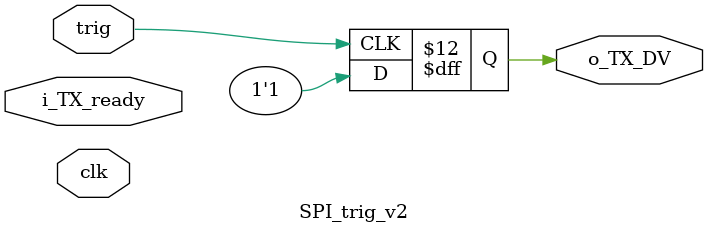
<source format=v>
`timescale 1ns / 1ps


module SPI_trig_v2(
    input wire clk,
    input wire trig,
    input wire i_TX_ready,
    //input reg[32:0] i_TX_Data,
    output reg o_TX_DV
    );
    
    reg[0:0] trig_flag;
    reg[0:0] ready_flag;
    reg[1:0] DV_flag;
    
    always @(posedge trig) begin
        o_TX_DV <= 1'b1; 
        DV_flag <= 2'h1;      
    end
    
    always @(posedge i_TX_ready) begin
        //o_TX_DV <= 1'b1; 
        DV_flag <= 2'h1;      
    end
    
    always @(posedge clk) begin
        if(DV_flag == 2'h1) begin
            //o_TX_DV <= 1'b0;
            DV_flag <= 2'h2;
        end 
        if(DV_flag == 2'h2) begin
            //o_TX_DV <= 1'b0;
            DV_flag <= 2'h0;
        end
    end
   
endmodule


</source>
